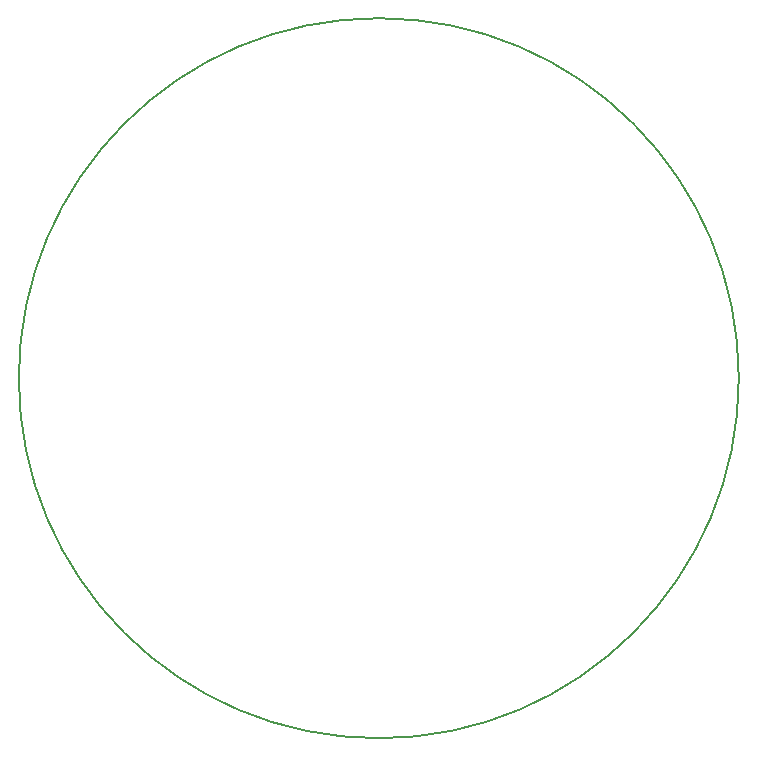
<source format=gko>
%FSLAX24Y24*%
%MOIN*%
G70*
G01*
G75*
G04 Layer_Color=16711935*
%ADD10R,0.0500X0.0299*%
%ADD11R,0.0551X0.0236*%
%ADD12R,0.0709X0.0236*%
%ADD13R,0.0315X0.0354*%
%ADD14R,0.0500X0.1000*%
%ADD15R,0.0512X0.0217*%
%ADD16R,0.0354X0.0315*%
%ADD17R,0.0472X0.0551*%
%ADD18R,0.0354X0.0276*%
%ADD19R,0.0217X0.0394*%
%ADD20R,0.0276X0.0354*%
%ADD21R,0.0217X0.0512*%
%ADD22R,0.0512X0.0236*%
%ADD23R,0.1500X0.1000*%
G04:AMPARAMS|DCode=24|XSize=60mil|YSize=40mil|CornerRadius=0mil|HoleSize=0mil|Usage=FLASHONLY|Rotation=45.000|XOffset=0mil|YOffset=0mil|HoleType=Round|Shape=Rectangle|*
%AMROTATEDRECTD24*
4,1,4,-0.0071,-0.0354,-0.0354,-0.0071,0.0071,0.0354,0.0354,0.0071,-0.0071,-0.0354,0.0*
%
%ADD24ROTATEDRECTD24*%

%ADD25O,0.1181X0.3150*%
%ADD26R,0.8661X0.8661*%
%ADD27C,0.0120*%
%ADD28C,0.0200*%
%ADD29C,0.0150*%
%ADD30C,0.0300*%
%ADD31O,0.0669X0.1102*%
%ADD32C,0.1100*%
%ADD33C,0.0400*%
%ADD34C,0.0098*%
%ADD35C,0.0079*%
%ADD36C,0.0080*%
%ADD37C,0.0100*%
%ADD38C,0.0060*%
%ADD39R,0.0560X0.0359*%
%ADD40R,0.0611X0.0296*%
%ADD41R,0.0769X0.0296*%
%ADD42R,0.0375X0.0414*%
%ADD43R,0.0560X0.1060*%
%ADD44R,0.0572X0.0277*%
%ADD45R,0.0414X0.0375*%
%ADD46R,0.0532X0.0611*%
%ADD47R,0.0414X0.0336*%
%ADD48R,0.0277X0.0454*%
%ADD49R,0.0336X0.0414*%
%ADD50R,0.0277X0.0572*%
%ADD51R,0.0572X0.0296*%
%ADD52R,0.1560X0.1060*%
G04:AMPARAMS|DCode=53|XSize=66mil|YSize=46mil|CornerRadius=0mil|HoleSize=0mil|Usage=FLASHONLY|Rotation=45.000|XOffset=0mil|YOffset=0mil|HoleType=Round|Shape=Rectangle|*
%AMROTATEDRECTD53*
4,1,4,-0.0071,-0.0396,-0.0396,-0.0071,0.0071,0.0396,0.0396,0.0071,-0.0071,-0.0396,0.0*
%
%ADD53ROTATEDRECTD53*%

%ADD54O,0.1241X0.3210*%
%ADD55R,0.8721X0.8721*%
%ADD56O,0.0729X0.1162*%
%ADD57C,0.0700*%
%ADD58C,0.0460*%
%ADD59C,0.0050*%
D59*
X12000Y0D02*
G03*
X12000Y0I-12000J0D01*
G01*
M02*

</source>
